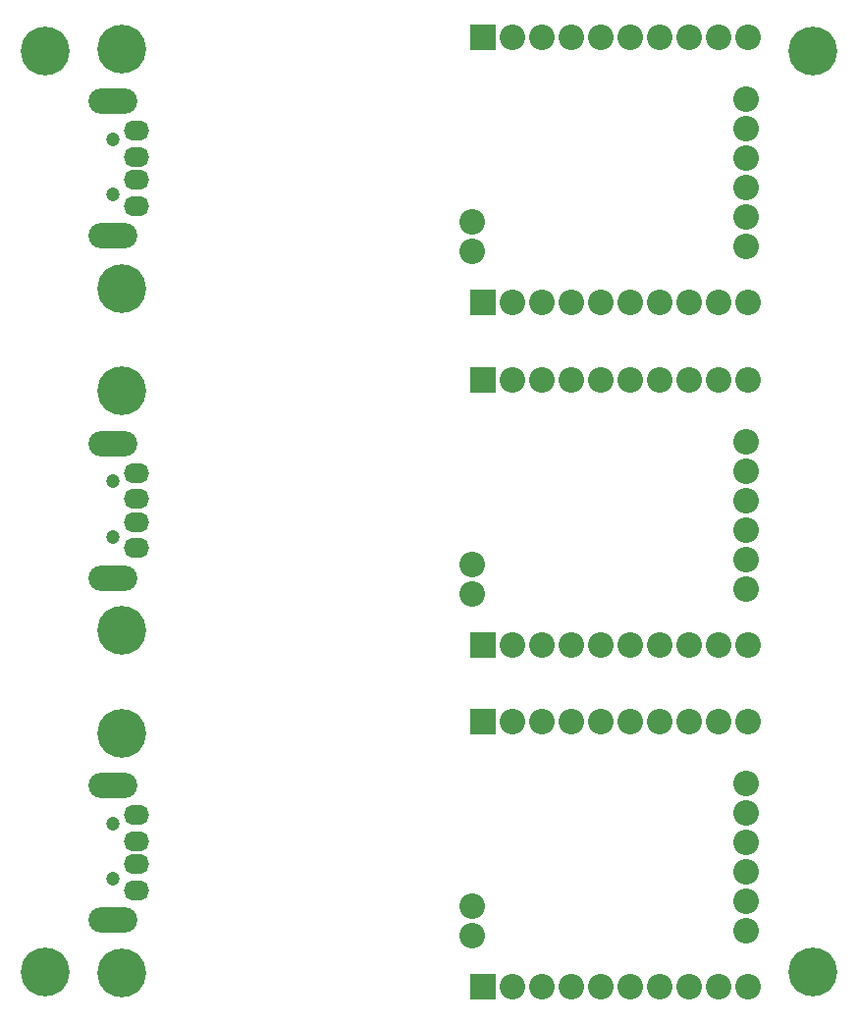
<source format=gbs>
G04 Layer_Color=16711935*
%FSLAX44Y44*%
%MOMM*%
G71*
G01*
G75*
%ADD51C,4.2032*%
%ADD52C,2.2032*%
%ADD53R,2.2032X2.2032*%
%ADD54O,2.2032X1.7272*%
%ADD55C,1.2032*%
%ADD56O,4.2032X2.2032*%
D51*
X34000Y30500D02*
D03*
X696000Y824500D02*
D03*
X34000D02*
D03*
X696000Y30500D02*
D03*
X100000Y236700D02*
D03*
Y30000D02*
D03*
Y531700D02*
D03*
Y325000D02*
D03*
Y826700D02*
D03*
Y620000D02*
D03*
D52*
X402232Y61976D02*
D03*
Y87376D02*
D03*
X437030Y246380D02*
D03*
X462430D02*
D03*
X487830D02*
D03*
X513230D02*
D03*
X538630D02*
D03*
X564030D02*
D03*
X589430D02*
D03*
X614830D02*
D03*
X640230D02*
D03*
X437030Y17780D02*
D03*
X462430D02*
D03*
X487830D02*
D03*
X513230D02*
D03*
X538630D02*
D03*
X564030D02*
D03*
X589430D02*
D03*
X614830D02*
D03*
X640230D02*
D03*
X638960Y193040D02*
D03*
Y167640D02*
D03*
Y66040D02*
D03*
Y91440D02*
D03*
Y116840D02*
D03*
Y142240D02*
D03*
X402232Y356976D02*
D03*
Y382376D02*
D03*
X437030Y541380D02*
D03*
X462430D02*
D03*
X487830D02*
D03*
X513230D02*
D03*
X538630D02*
D03*
X564030D02*
D03*
X589430D02*
D03*
X614830D02*
D03*
X640230D02*
D03*
X437030Y312780D02*
D03*
X462430D02*
D03*
X487830D02*
D03*
X513230D02*
D03*
X538630D02*
D03*
X564030D02*
D03*
X589430D02*
D03*
X614830D02*
D03*
X640230D02*
D03*
X638960Y488040D02*
D03*
Y462640D02*
D03*
Y361040D02*
D03*
Y386440D02*
D03*
Y411840D02*
D03*
Y437240D02*
D03*
X402232Y651976D02*
D03*
Y677376D02*
D03*
X437030Y836380D02*
D03*
X462430D02*
D03*
X487830D02*
D03*
X513230D02*
D03*
X538630D02*
D03*
X564030D02*
D03*
X589430D02*
D03*
X614830D02*
D03*
X640230D02*
D03*
X437030Y607780D02*
D03*
X462430D02*
D03*
X487830D02*
D03*
X513230D02*
D03*
X538630D02*
D03*
X564030D02*
D03*
X589430D02*
D03*
X614830D02*
D03*
X640230D02*
D03*
X638960Y783040D02*
D03*
Y757640D02*
D03*
Y656040D02*
D03*
Y681440D02*
D03*
Y706840D02*
D03*
Y732240D02*
D03*
D53*
X411630Y246380D02*
D03*
Y17780D02*
D03*
Y541380D02*
D03*
Y312780D02*
D03*
Y836380D02*
D03*
Y607780D02*
D03*
D54*
X113020Y165997D02*
D03*
Y100997D02*
D03*
Y143497D02*
D03*
Y123497D02*
D03*
Y460997D02*
D03*
Y395997D02*
D03*
Y438497D02*
D03*
Y418497D02*
D03*
Y755997D02*
D03*
Y690997D02*
D03*
Y733497D02*
D03*
Y713497D02*
D03*
D55*
X93020Y110997D02*
D03*
Y158697D02*
D03*
Y405997D02*
D03*
Y453697D02*
D03*
Y700997D02*
D03*
Y748697D02*
D03*
D56*
Y75350D02*
D03*
Y191350D02*
D03*
Y370350D02*
D03*
Y486350D02*
D03*
Y665350D02*
D03*
Y781350D02*
D03*
M02*

</source>
